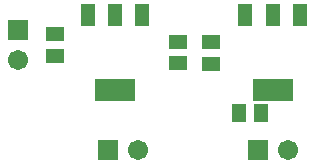
<source format=gts>
G04*
G04 #@! TF.GenerationSoftware,Altium Limited,Altium Designer,20.1.11 (218)*
G04*
G04 Layer_Color=8388736*
%FSLAX25Y25*%
%MOIN*%
G70*
G04*
G04 #@! TF.SameCoordinates,065DB7FD-4843-4C92-90AC-568386BA0B10*
G04*
G04*
G04 #@! TF.FilePolarity,Negative*
G04*
G01*
G75*
%ADD12R,0.13398X0.07690*%
%ADD13R,0.04540X0.07690*%
%ADD14R,0.04737X0.06115*%
%ADD15R,0.06115X0.04737*%
%ADD16R,0.06706X0.06706*%
%ADD17C,0.06706*%
%ADD18R,0.06706X0.06706*%
D12*
X227500Y160098D02*
D03*
X175000D02*
D03*
D13*
X218445Y184902D02*
D03*
X227500D02*
D03*
X236555D02*
D03*
X165945D02*
D03*
X175000D02*
D03*
X184055D02*
D03*
D14*
X223642Y152500D02*
D03*
X216358D02*
D03*
D15*
X207000Y176000D02*
D03*
Y168717D02*
D03*
X196000Y176142D02*
D03*
Y168858D02*
D03*
X155000Y178642D02*
D03*
Y171358D02*
D03*
D16*
X172500Y140000D02*
D03*
X222500D02*
D03*
D17*
X182500D02*
D03*
X232500D02*
D03*
X142500Y170000D02*
D03*
D18*
Y180000D02*
D03*
M02*

</source>
